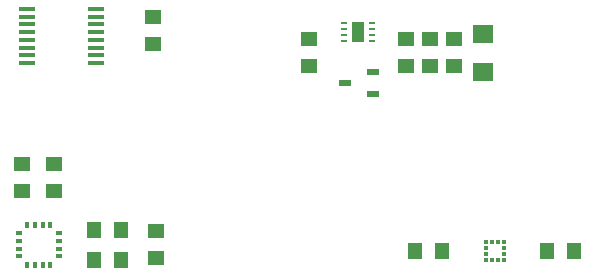
<source format=gtp>
G04*
G04 #@! TF.GenerationSoftware,Altium Limited,Altium Designer,21.2.0 (30)*
G04*
G04 Layer_Color=8421504*
%FSLAX25Y25*%
%MOIN*%
G70*
G04*
G04 #@! TF.SameCoordinates,50EEE562-DE44-4F6C-8D0E-6D451127BC4F*
G04*
G04*
G04 #@! TF.FilePolarity,Positive*
G04*
G01*
G75*
%ADD15R,0.03937X0.02362*%
%ADD16R,0.05315X0.05118*%
%ADD17R,0.05807X0.01772*%
%ADD18R,0.02362X0.01772*%
%ADD19R,0.01772X0.02362*%
%ADD20R,0.05118X0.05315*%
%ADD21R,0.01181X0.01378*%
%ADD22R,0.01378X0.01181*%
%ADD23R,0.03937X0.06693*%
%ADD24R,0.02165X0.00984*%
%ADD25R,0.06890X0.06299*%
D15*
X230000Y146000D02*
D03*
X239449Y149760D02*
D03*
Y142240D02*
D03*
D16*
X166000Y158972D02*
D03*
Y168028D02*
D03*
X258500Y151472D02*
D03*
Y160528D02*
D03*
X250500Y151472D02*
D03*
Y160528D02*
D03*
X133000Y119055D02*
D03*
Y110000D02*
D03*
X122500Y119055D02*
D03*
Y110000D02*
D03*
X167000Y96528D02*
D03*
Y87472D02*
D03*
X218000Y160528D02*
D03*
Y151472D02*
D03*
X266500Y160500D02*
D03*
Y151445D02*
D03*
D17*
X147134Y170559D02*
D03*
Y168000D02*
D03*
Y165441D02*
D03*
Y162882D02*
D03*
Y160323D02*
D03*
Y157764D02*
D03*
Y155205D02*
D03*
Y152646D02*
D03*
X124000D02*
D03*
Y155205D02*
D03*
Y157764D02*
D03*
Y160323D02*
D03*
Y162882D02*
D03*
Y165441D02*
D03*
Y168000D02*
D03*
Y170559D02*
D03*
D18*
X121307Y95839D02*
D03*
Y93279D02*
D03*
Y90720D02*
D03*
Y88161D02*
D03*
X134693D02*
D03*
Y90720D02*
D03*
Y93279D02*
D03*
Y95839D02*
D03*
D19*
X124161Y85307D02*
D03*
X126720D02*
D03*
X129279D02*
D03*
X131839D02*
D03*
Y98693D02*
D03*
X129279D02*
D03*
X126720D02*
D03*
X124161D02*
D03*
D20*
X155528Y97000D02*
D03*
X146472D02*
D03*
X306528Y90000D02*
D03*
X297472D02*
D03*
X262528D02*
D03*
X253472D02*
D03*
X155528Y87000D02*
D03*
X146472D02*
D03*
D21*
X279016Y93051D02*
D03*
X280984D02*
D03*
Y86949D02*
D03*
X279016D02*
D03*
D22*
X283051Y92953D02*
D03*
Y90984D02*
D03*
Y89016D02*
D03*
Y87047D02*
D03*
X276949D02*
D03*
Y89016D02*
D03*
Y90984D02*
D03*
Y92953D02*
D03*
D23*
X234500Y163000D02*
D03*
D24*
X239126Y165953D02*
D03*
Y163984D02*
D03*
Y162016D02*
D03*
Y160047D02*
D03*
X229874D02*
D03*
Y162016D02*
D03*
Y163984D02*
D03*
Y165953D02*
D03*
D25*
X276000Y149700D02*
D03*
X276000Y162299D02*
D03*
M02*

</source>
